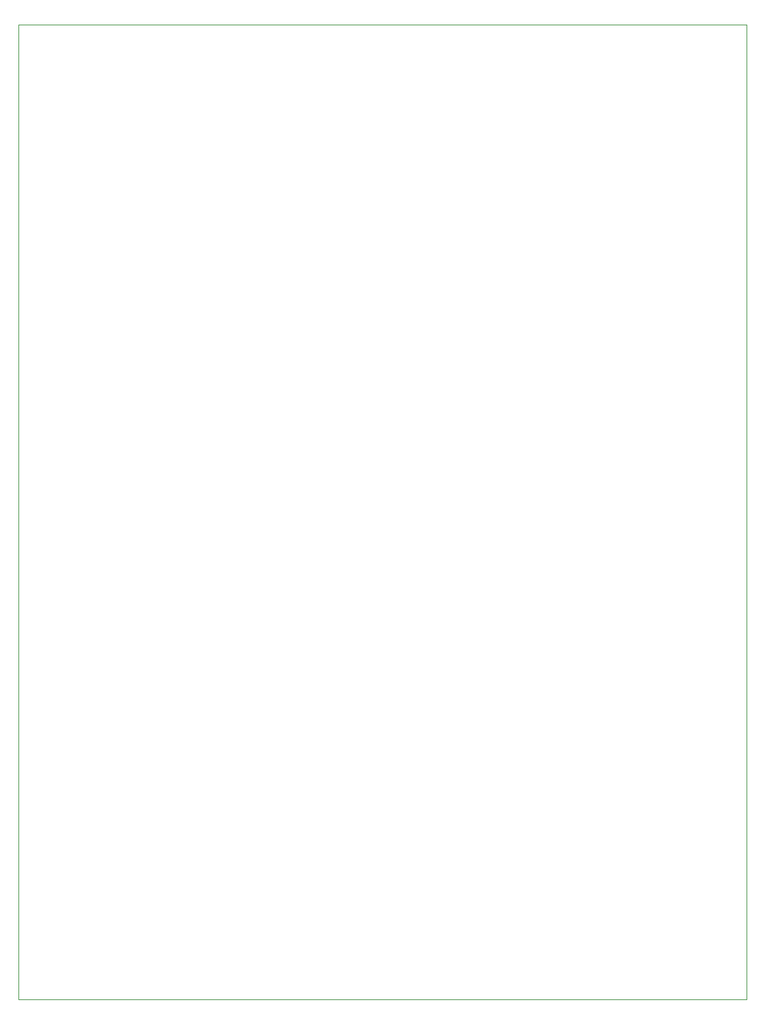
<source format=gko>
G04 Layer: BoardOutlineLayer*
G04 EasyEDA v6.5.22, 2022-11-10 15:31:46*
G04 b7be4e29126e4417a89479274d17f270,4d866ca34c7e4626bfa8f39187415ab3,10*
G04 Gerber Generator version 0.2*
G04 Scale: 100 percent, Rotated: No, Reflected: No *
G04 Dimensions in millimeters *
G04 leading zeros omitted , absolute positions ,4 integer and 5 decimal *
%FSLAX45Y45*%
%MOMM*%

%ADD10C,0.1000*%
D10*
X3428987Y-6861543D02*
G01*
X3428987Y5203431D01*
X-5587994Y5203431D01*
X-5587994Y-6861543D01*
X3428987Y-6861543D01*

%LPD*%
M02*

</source>
